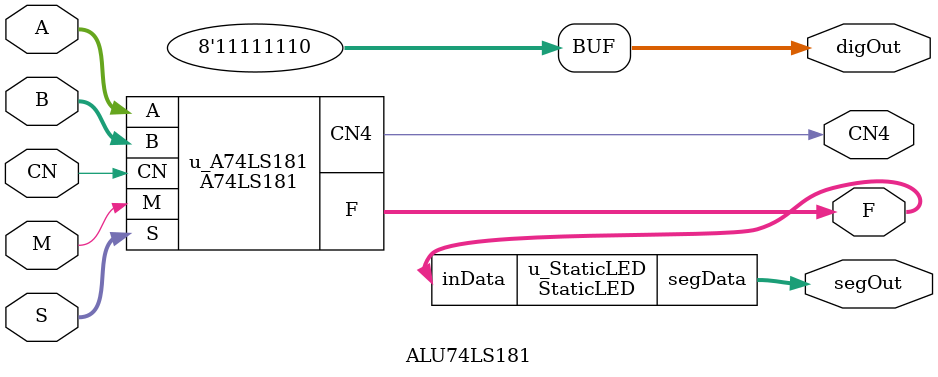
<source format=v>
module A74LS181(A, B, S, CN, M, F, CN4);
	input		[3:0]	A, B;
	input		[3:0]	S;			//运算控制端
	input				M, CN;	//M负责选择1逻辑运算or0算数运算，CN是进入芯片前的进位
	
	output			CN4;
	reg				CN4;
	output	[3:0]	F;
	reg		[3:0]	F;
	
	reg		[3:0]	OA, OB;
	
	always@(S) begin
		OA = ~A;
		OB = ~B;
		case(S)
			4'b0000: begin
				if(M) F = OA;
				else begin
					if(CN) {CN4, F} = A;
					else {CN4, F} = A + 1;
				end
			end
			4'b0001: begin
				if(M) F = ~(A | B);
				else begin
					if(CN) {CN4, F} = A | B;
					else {CN4, F} = (A | B) + 1;
				end
			end
			4'b0010: begin
				if(M) F = OA | B;
				else begin
					if(CN) {CN4, F} = A | OB;
					else {CN4, F} = A | OB + 1;
				end
			end
			4'b0011: begin
				if(M) F = 0;
				else begin
					if(CN) {CN4, F} = -1;
					else {CN4, F} = 0;
				end
			end
			4'b0100: begin
				if(M) F = ~(A & B);
				else begin
					if(CN) {CN4, F} = A + (A & OB);
					else {CN4, F} = A + (A & OB) + 1;
				end
			end
			4'b0101: begin
				if(M) F = OB;
				else begin
					if(CN) {CN4, F} = (A | B) + (A & OB);
					else {CN4, F} = (A | B) + (A & OB) + 1;
				end
			end
			4'b0110: begin
				if(M) F = A ^ B;
				else begin
					if(CN) {CN4, F} = A - B - 1;
					else {CN4, F} = A - B;
				end
			end
			4'b0111: begin
				if(M) F = A & OB;
				else begin
					if(CN) {CN4, F} = (A & OB) - 1;
					else {CN4, F} = (A & OB);
				end
			end
			4'b1000: begin
				if(M) F = OA | B;
				else begin
					if(CN) {CN4, F} = A + (A & B);
					else {CN4, F} = A + (A & B) + 1;
				end
			end
			4'b1001: begin
				if(M) F = ~(A ^ B);
				else begin
					if(CN) {CN4, F} = A + B ;
					else {CN4, F} = A + B + 1;
				end
			end
			4'b1010: begin
				if(M) F = B;
				else begin
					if(CN) {CN4, F} = (A | OB) + (A & B);
					else {CN4, F} = (A | OB) + (A & B) + 1;
				end
			end
			4'b1011: begin
				if(M) F = A & B;
				else begin
					if(CN) {CN4, F} = A & B - 1;
					else {CN4, F} = A & B;
				end
			end
			4'b1100: begin
				if(M) F = 1;
				else begin
					if(CN) {CN4, F} = A + A;
					else {CN4, F} = A + A + 1;
				end
			end
			4'b1101: begin
				if(M) F = A | OB;
				else begin
					if(CN) {CN4, F} = (A | B) + A;
					else {CN4, F} = (A | B) + A + 1;
				end
			end
			4'b1110: begin
				if(M) F = A | B;
				else begin
					if(CN) {CN4, F} = (A | OB) + A;
					else {CN4, F} = (A | OB) + A + 1;
				end
			end
			4'b1111: begin
				if(M) F = A;
				else begin
					if(CN) {CN4, F} = A - 1;
					else {CN4, F} = A;
				end
			end
		endcase
	end
endmodule


//子模块：数码管显示
module StaticLED(inData, segData);
	input		[3:0]	inData;
	output	[7:0]	segData;
	reg		[7:0]	segData;
	
	always@(inData) begin
		case(inData)
									//  .gfedcba
			4'b0000: segData = 8'b00111111; //0
			4'b0001: segData = 8'b00000110; //1
			4'b0010: segData = 8'b01011011; //2
			4'b0011: segData = 8'b01001111; //3
									//  .gfedcba
			4'b0100: segData = 8'b01100110; //4
			4'b0101: segData = 8'b01101101; //5
			4'b0110: segData = 8'b01111101; //6
			4'b0111: segData = 8'b00000111; //7
									//  .gfedcba
			4'b1000: segData = 8'b01111111; //8
			4'b1001: segData = 8'b01101111; //9
			4'b1010: segData = 8'b01110111; //10(a)
			4'b1011: segData = 8'b01111100; //11(b)
				 				//  .gfedcba
			4'b1100: segData = 8'b00111001; //12(c)
			4'b1101: segData = 8'b01011110; //13(d)
			4'b1110: segData = 8'b01111001; //14(e)
			4'b1111: segData = 8'b01110001; //15(f)
									//  .gfedcba
			default:	segData = 8'b10000000; //.
		endcase
	end
endmodule


//主模块
module ALU74LS181(A, B, S, CN, M, F, CN4, segOut, digOut);
	input		[3:0]	A, B;
	input		[3:0]	S;			//运算控制端
	input				M, CN;
	
	output			CN4;
	output	[3:0]	F;
	wire		[3:0]	F;
	
	output	[7:0]	segOut;
	wire		[7:0]	segOut;
	output	[7:0]	digOut;
	wire		[7:0]	digOut;
	
	//0号数码管显示
	assign digOut = 8'b11111110;
	
	//模块例化
	A74LS181 u_A74LS181(.A(A), .B(B), .S(S), .CN(CN), .M(M), .F(F), .CN4(CN4));
	StaticLED u_StaticLED(.inData(F), .segData(segOut));
endmodule

</source>
